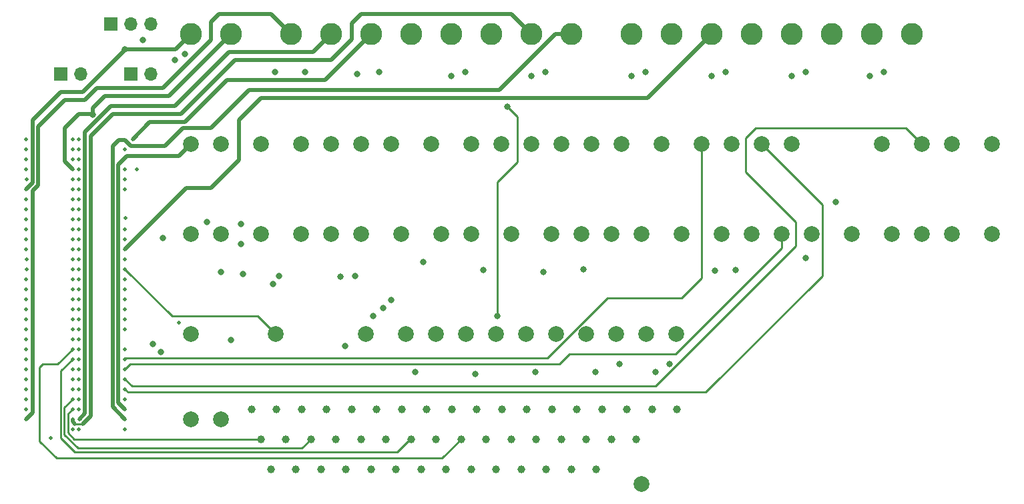
<source format=gbr>
%TF.GenerationSoftware,KiCad,Pcbnew,(6.0.5)*%
%TF.CreationDate,2023-01-12T09:35:20-05:00*%
%TF.ProjectId,breakout,62726561-6b6f-4757-942e-6b696361645f,rev?*%
%TF.SameCoordinates,Original*%
%TF.FileFunction,Copper,L3,Inr*%
%TF.FilePolarity,Positive*%
%FSLAX46Y46*%
G04 Gerber Fmt 4.6, Leading zero omitted, Abs format (unit mm)*
G04 Created by KiCad (PCBNEW (6.0.5)) date 2023-01-12 09:35:20*
%MOMM*%
%LPD*%
G01*
G04 APERTURE LIST*
%TA.AperFunction,ComponentPad*%
%ADD10C,2.000000*%
%TD*%
%TA.AperFunction,ComponentPad*%
%ADD11C,1.000000*%
%TD*%
%TA.AperFunction,ComponentPad*%
%ADD12C,2.800000*%
%TD*%
%TA.AperFunction,ComponentPad*%
%ADD13R,1.700000X1.700000*%
%TD*%
%TA.AperFunction,ComponentPad*%
%ADD14O,1.700000X1.700000*%
%TD*%
%TA.AperFunction,ViaPad*%
%ADD15C,0.500000*%
%TD*%
%TA.AperFunction,ViaPad*%
%ADD16C,0.800000*%
%TD*%
%TA.AperFunction,Conductor*%
%ADD17C,0.250000*%
%TD*%
%TA.AperFunction,Conductor*%
%ADD18C,0.500000*%
%TD*%
G04 APERTURE END LIST*
D10*
%TO.N,/SEP3_RET*%
%TO.C,TP28*%
X128905000Y-105410000D03*
%TD*%
D11*
%TO.N,/H2-13*%
%TO.C,TP9*%
X116840000Y-118745000D03*
%TD*%
%TO.N,/H2-3*%
%TO.C,TP4*%
X97790000Y-118745000D03*
%TD*%
%TO.N,/H1-42*%
%TO.C,TP83*%
X134685000Y-114935000D03*
%TD*%
%TO.N,/H2-4*%
%TO.C,TP94*%
X100965000Y-118745000D03*
%TD*%
%TO.N,/H2-16*%
%TO.C,TP100*%
X126365000Y-118745000D03*
%TD*%
D10*
%TO.N,/+X_SOLAR_TLE*%
%TO.C,TP91*%
X96520000Y-81280000D03*
%TD*%
D11*
%TO.N,/H2-42*%
%TO.C,TP113*%
X127635000Y-122555000D03*
%TD*%
D10*
%TO.N,/USER_3*%
%TO.C,TP87*%
X179070000Y-92710000D03*
%TD*%
%TO.N,/MOSI*%
%TO.C,TP44*%
X100330000Y-92710000D03*
%TD*%
D11*
%TO.N,/H2-17*%
%TO.C,TP11*%
X129540000Y-118745000D03*
%TD*%
D10*
%TO.N,/VBATT-*%
%TO.C,TP105*%
X144145000Y-105410000D03*
%TD*%
%TO.N,/SEP2_RET*%
%TO.C,TP88*%
X121285000Y-105410000D03*
%TD*%
D12*
%TO.N,/5V_RF*%
%TO.C,TP49*%
X148590000Y-67310000D03*
%TD*%
D10*
%TO.N,/SEP4*%
%TO.C,TP120*%
X132715000Y-105410000D03*
%TD*%
D13*
%TO.N,Net-(P1-Pad1)*%
%TO.C,P1*%
X72390000Y-66040000D03*
D14*
%TO.N,Net-(P1-Pad2)*%
X74930000Y-66040000D03*
%TO.N,Net-(P1-Pad3)*%
X77470000Y-66040000D03*
%TD*%
D11*
%TO.N,/H2-35*%
%TO.C,TP20*%
X105410000Y-122555000D03*
%TD*%
D10*
%TO.N,/RX_2*%
%TO.C,TP42*%
X118110000Y-92710000D03*
%TD*%
D11*
%TO.N,/H1-25*%
%TO.C,TP45*%
X109285000Y-114935000D03*
%TD*%
D13*
%TO.N,Net-(P3-Pad1)*%
%TO.C,P3*%
X74930000Y-72390000D03*
D14*
%TO.N,Net-(P3-Pad2)*%
X77470000Y-72390000D03*
%TD*%
D11*
%TO.N,/H2-20*%
%TO.C,TP102*%
X139065000Y-118745000D03*
%TD*%
D10*
%TO.N,/SEP3*%
%TO.C,TP30*%
X125095000Y-105410000D03*
%TD*%
%TO.N,/GND*%
%TO.C,TP116*%
X166370000Y-92710000D03*
%TD*%
%TO.N,/GND*%
%TO.C,TP116*%
X91440000Y-92710000D03*
%TD*%
D11*
%TO.N,/H2-9*%
%TO.C,TP7*%
X104140000Y-118745000D03*
%TD*%
%TO.N,/H1-31*%
%TO.C,TP48*%
X121985000Y-114935000D03*
%TD*%
%TO.N,/H1-27*%
%TO.C,TP46*%
X112460000Y-114935000D03*
%TD*%
D10*
%TO.N,/CTS_3*%
%TO.C,TP80*%
X135890000Y-92710000D03*
%TD*%
D11*
%TO.N,/H2-39*%
%TO.C,TP22*%
X118110000Y-122555000D03*
%TD*%
D12*
%TO.N,/+Y_SOLAR_PWR*%
%TO.C,TP60*%
X105410000Y-67310000D03*
%TD*%
D11*
%TO.N,/H2-19*%
%TO.C,TP12*%
X135890000Y-118745000D03*
%TD*%
%TO.N,/H2-41*%
%TO.C,TP23*%
X124460000Y-122555000D03*
%TD*%
%TO.N,/H2-15*%
%TO.C,TP10*%
X123190000Y-118745000D03*
%TD*%
%TO.N,/H1-24*%
%TO.C,TP74*%
X106110000Y-114935000D03*
%TD*%
D10*
%TO.N,/GND*%
%TO.C,TP116*%
X91440000Y-81280000D03*
%TD*%
%TO.N,/IRR_ON_OFF*%
%TO.C,TP66*%
X179070000Y-81280000D03*
%TD*%
%TO.N,/GND*%
%TO.C,TP116*%
X142240000Y-81280000D03*
%TD*%
%TO.N,/+Y_SOLAR_TLE*%
%TO.C,TP59*%
X100330000Y-81280000D03*
%TD*%
D11*
%TO.N,/H2-10*%
%TO.C,TP97*%
X107315000Y-118745000D03*
%TD*%
D12*
%TO.N,/GND*%
%TO.C,TP108*%
X143510000Y-67310000D03*
%TD*%
D11*
%TO.N,/H2-43*%
%TO.C,TP24*%
X130810000Y-122555000D03*
%TD*%
D10*
%TO.N,/SEP2*%
%TO.C,TP61*%
X117475000Y-105410000D03*
%TD*%
D12*
%TO.N,/-Z_SOLAR_RTN*%
%TO.C,TP32*%
X130810000Y-67310000D03*
%TD*%
D11*
%TO.N,/H2-14*%
%TO.C,TP99*%
X120015000Y-118745000D03*
%TD*%
D10*
%TO.N,/PB18*%
%TO.C,TP13*%
X86360000Y-116205000D03*
%TD*%
D12*
%TO.N,/+X_SOLAR_RTN*%
%TO.C,TP62*%
X100330000Y-67310000D03*
%TD*%
D10*
%TO.N,/AIN11*%
%TO.C,TP95*%
X133350000Y-81280000D03*
%TD*%
D12*
%TO.N,/-Z_SOLAR_PWR*%
%TO.C,TP2*%
X125730000Y-67310000D03*
%TD*%
D11*
%TO.N,/H2-12*%
%TO.C,TP98*%
X113665000Y-118745000D03*
%TD*%
D10*
%TO.N,/AIN10*%
%TO.C,TP5*%
X129540000Y-81280000D03*
%TD*%
%TO.N,/TX_3*%
%TO.C,TP82*%
X128270000Y-92710000D03*
%TD*%
D12*
%TO.N,/3V3*%
%TO.C,TP16*%
X138430000Y-67310000D03*
%TD*%
D10*
%TO.N,/MB_PC03*%
%TO.C,TP64*%
X82550000Y-116205000D03*
%TD*%
%TO.N,/BUS_RESET*%
%TO.C,TP47*%
X93345000Y-105410000D03*
%TD*%
%TO.N,/SCL*%
%TO.C,TP54*%
X82550000Y-92710000D03*
%TD*%
D11*
%TO.N,/H1-37*%
%TO.C,TP51*%
X128335000Y-114935000D03*
%TD*%
%TO.N,/H1-38*%
%TO.C,TP81*%
X131510000Y-114935000D03*
%TD*%
D10*
%TO.N,/SCK*%
%TO.C,TP43*%
X96520000Y-92710000D03*
%TD*%
D11*
%TO.N,/H2-37*%
%TO.C,TP21*%
X111760000Y-122555000D03*
%TD*%
D10*
%TO.N,/USER_2*%
%TO.C,TP57*%
X175260000Y-92710000D03*
%TD*%
D11*
%TO.N,/H1-45*%
%TO.C,TP55*%
X141035000Y-114935000D03*
%TD*%
%TO.N,/H1-46*%
%TO.C,TP85*%
X144210000Y-114935000D03*
%TD*%
D12*
%TO.N,/+Y_SOLAR_RTN*%
%TO.C,TP29*%
X110490000Y-67310000D03*
%TD*%
D11*
%TO.N,/H1-44*%
%TO.C,TP84*%
X137860000Y-114935000D03*
%TD*%
D10*
%TO.N,/CTS_4*%
%TO.C,TP37*%
X157480000Y-92710000D03*
%TD*%
D11*
%TO.N,/H1-13*%
%TO.C,TP39*%
X96585000Y-114935000D03*
%TD*%
D10*
%TO.N,/VBURN2*%
%TO.C,TP63*%
X86360000Y-81280000D03*
%TD*%
%TO.N,/GND*%
%TO.C,TP116*%
X113030000Y-81280000D03*
%TD*%
%TO.N,/RX_3*%
%TO.C,TP52*%
X132080000Y-92710000D03*
%TD*%
%TO.N,/-Z_SOLAR_TLE*%
%TO.C,TP1*%
X107950000Y-81280000D03*
%TD*%
D11*
%TO.N,/H2-38*%
%TO.C,TP111*%
X114935000Y-122555000D03*
%TD*%
D10*
%TO.N,/RBF*%
%TO.C,TP40*%
X140335000Y-105410000D03*
%TD*%
%TO.N,/GND*%
%TO.C,TP116*%
X109220000Y-92710000D03*
%TD*%
%TO.N,/AIN4*%
%TO.C,TP6*%
X121920000Y-81280000D03*
%TD*%
D12*
%TO.N,/-X_SOLAR_PWR*%
%TO.C,TP90*%
X115570000Y-67310000D03*
%TD*%
D11*
%TO.N,/H2-40*%
%TO.C,TP112*%
X121285000Y-122555000D03*
%TD*%
D10*
%TO.N,/VBURN1*%
%TO.C,TP33*%
X82550000Y-81280000D03*
%TD*%
D11*
%TO.N,/H1-12*%
%TO.C,TP68*%
X93410000Y-114935000D03*
%TD*%
D10*
%TO.N,/GND*%
%TO.C,TP116*%
X184150000Y-81280000D03*
%TD*%
D11*
%TO.N,/H1-34*%
%TO.C,TP79*%
X125160000Y-114935000D03*
%TD*%
D13*
%TO.N,Net-(P2-Pad1)*%
%TO.C,P2*%
X66040000Y-72390000D03*
D14*
%TO.N,Net-(P2-Pad2)*%
X68580000Y-72390000D03*
%TD*%
D10*
%TO.N,/PICO_PW_EN*%
%TO.C,TP103*%
X151130000Y-81280000D03*
%TD*%
%TO.N,/GND*%
%TO.C,TP116*%
X144780000Y-92710000D03*
%TD*%
%TO.N,/TX_2*%
%TO.C,TP72*%
X114300000Y-92710000D03*
%TD*%
D11*
%TO.N,/H2-1*%
%TO.C,TP3*%
X91440000Y-118745000D03*
%TD*%
D10*
%TO.N,/GND*%
%TO.C,TP116*%
X139700000Y-124460000D03*
%TD*%
D11*
%TO.N,/H2-34*%
%TO.C,TP109*%
X102235000Y-122555000D03*
%TD*%
%TO.N,/H1-14*%
%TO.C,TP69*%
X99760000Y-114935000D03*
%TD*%
D10*
%TO.N,/AIN7*%
%TO.C,TP96*%
X125730000Y-81280000D03*
%TD*%
%TO.N,/IRR_PW_EN*%
%TO.C,TP36*%
X175260000Y-81280000D03*
%TD*%
D11*
%TO.N,/H2-36*%
%TO.C,TP110*%
X108585000Y-122555000D03*
%TD*%
%TO.N,/H2-18*%
%TO.C,TP101*%
X132715000Y-118745000D03*
%TD*%
D10*
%TO.N,/TX_4*%
%TO.C,TP71*%
X149860000Y-92710000D03*
%TD*%
%TO.N,/3V3REF*%
%TO.C,TP75*%
X118110000Y-81280000D03*
%TD*%
D11*
%TO.N,/H2-2*%
%TO.C,TP93*%
X94615000Y-118745000D03*
%TD*%
%TO.N,/H1-16*%
%TO.C,TP70*%
X102935000Y-114935000D03*
%TD*%
%TO.N,/H2-11*%
%TO.C,TP8*%
X110490000Y-118745000D03*
%TD*%
D10*
%TO.N,/SELF_TEST*%
%TO.C,TP56*%
X82550000Y-105410000D03*
%TD*%
D12*
%TO.N,/5V_USB*%
%TO.C,TP78*%
X168910000Y-67310000D03*
%TD*%
D10*
%TO.N,/SEP1*%
%TO.C,TP31*%
X109855000Y-105410000D03*
%TD*%
D11*
%TO.N,/H2-23*%
%TO.C,TP14*%
X92710000Y-122555000D03*
%TD*%
D12*
%TO.N,/VBATT-*%
%TO.C,TP27*%
X87630000Y-67310000D03*
%TD*%
D10*
%TO.N,/GND*%
%TO.C,TP116*%
X184150000Y-92710000D03*
%TD*%
D12*
%TO.N,/GND*%
%TO.C,TP107*%
X153670000Y-67310000D03*
%TD*%
D10*
%TO.N,/PYLD_SERVO_PWR_CTRL*%
%TO.C,TP35*%
X154940000Y-81280000D03*
%TD*%
D11*
%TO.N,/H2-24*%
%TO.C,TP104*%
X95885000Y-122555000D03*
%TD*%
D12*
%TO.N,/-X_SOLAR_RTN*%
%TO.C,TP119*%
X120650000Y-67310000D03*
%TD*%
%TO.N,/VBATT+*%
%TO.C,TP25*%
X82550000Y-67310000D03*
%TD*%
%TO.N,/+X_SOLAR_PWR*%
%TO.C,TP92*%
X95250000Y-67310000D03*
%TD*%
D10*
%TO.N,/USER_1*%
%TO.C,TP86*%
X171450000Y-92710000D03*
%TD*%
D11*
%TO.N,/H2-33*%
%TO.C,TP19*%
X99060000Y-122555000D03*
%TD*%
%TO.N,/H1-3*%
%TO.C,TP34*%
X90235000Y-114935000D03*
%TD*%
%TO.N,/H1-28*%
%TO.C,TP76*%
X115635000Y-114935000D03*
%TD*%
D10*
%TO.N,/GND*%
%TO.C,TP116*%
X104775000Y-105410000D03*
%TD*%
D12*
%TO.N,/GND*%
%TO.C,TP17*%
X163830000Y-67310000D03*
%TD*%
D10*
%TO.N,/MISO*%
%TO.C,TP73*%
X104140000Y-92710000D03*
%TD*%
%TO.N,/SEP1_RET*%
%TO.C,TP58*%
X113665000Y-105410000D03*
%TD*%
%TO.N,/RTS_4*%
%TO.C,TP67*%
X161290000Y-92710000D03*
%TD*%
%TO.N,/RTS_3*%
%TO.C,TP50*%
X139700000Y-92710000D03*
%TD*%
%TO.N,/-X_SOLAR_TLE*%
%TO.C,TP89*%
X104140000Y-81280000D03*
%TD*%
%TO.N,/AGND*%
%TO.C,TP18*%
X137160000Y-81280000D03*
%TD*%
D12*
%TO.N,/5V_PYLD*%
%TO.C,TP15*%
X158750000Y-67310000D03*
%TD*%
D10*
%TO.N,/PYLD_RST*%
%TO.C,TP65*%
X158750000Y-81280000D03*
%TD*%
%TO.N,/PYLD_PW_EN*%
%TO.C,TP38*%
X147320000Y-81280000D03*
%TD*%
%TO.N,/RX_4*%
%TO.C,TP41*%
X153670000Y-92710000D03*
%TD*%
%TO.N,/GND*%
%TO.C,TP116*%
X170180000Y-81280000D03*
%TD*%
%TO.N,/SEP4_RET*%
%TO.C,TP118*%
X136525000Y-105410000D03*
%TD*%
D11*
%TO.N,/H2-44*%
%TO.C,TP114*%
X133985000Y-122555000D03*
%TD*%
D12*
%TO.N,/GND*%
%TO.C,TP26*%
X173990000Y-67310000D03*
%TD*%
D10*
%TO.N,/SDA*%
%TO.C,TP53*%
X86360000Y-92710000D03*
%TD*%
D11*
%TO.N,/H1-30*%
%TO.C,TP77*%
X118810000Y-114935000D03*
%TD*%
D10*
%TO.N,/GND*%
%TO.C,TP116*%
X123190000Y-92710000D03*
%TD*%
D15*
%TO.N,/GND*%
X61722000Y-85726790D03*
D16*
%TO.N,Net-(D15-Pad2)*%
X132334000Y-97155000D03*
D15*
%TO.N,/GND*%
X61722000Y-95886790D03*
X61722000Y-97156790D03*
%TO.N,/VBATT-*%
X61687000Y-84456790D03*
D16*
X70104000Y-77560689D03*
D15*
X67537506Y-84453140D03*
D16*
%TO.N,Net-(D1-Pad2)*%
X110998000Y-110201700D03*
%TO.N,Net-(D2-Pad2)*%
X118618000Y-110490000D03*
%TO.N,Net-(D3-Pad2)*%
X126238000Y-110236000D03*
D15*
%TO.N,/GND*%
X67537506Y-97153140D03*
X67537506Y-85723140D03*
D16*
%TO.N,Net-(D4-Pad2)*%
X86360000Y-97536000D03*
%TO.N,Net-(D5-Pad2)*%
X133858000Y-110236000D03*
%TO.N,Net-(D6-Pad2)*%
X141478000Y-110236000D03*
D15*
%TO.N,/VBATT+*%
X67537506Y-86993140D03*
X61687000Y-86996790D03*
D16*
X74168000Y-69215000D03*
%TO.N,Net-(D7-Pad2)*%
X101496500Y-98147500D03*
%TO.N,Net-(D8-Pad2)*%
X80518000Y-70612000D03*
%TO.N,Net-(D9-Pad2)*%
X103378000Y-98044000D03*
%TO.N,Net-(D10-Pad2)*%
X93218000Y-72136000D03*
%TO.N,Net-(D11-Pad2)*%
X119634000Y-97282000D03*
%TO.N,Net-(D12-Pad2)*%
X103632000Y-72390000D03*
%TO.N,Net-(D13-Pad2)*%
X112014000Y-96266000D03*
%TO.N,Net-(D14-Pad2)*%
X115570000Y-72644000D03*
%TO.N,Net-(D16-Pad1)*%
X127508000Y-72136000D03*
%TO.N,Net-(D17-Pad2)*%
X127254000Y-97536000D03*
%TO.N,Net-(D18-Pad1)*%
X140208000Y-72136000D03*
%TO.N,Net-(D18-Pad2)*%
X138430000Y-72644000D03*
%TO.N,Net-(D19-Pad2)*%
X151638000Y-97282000D03*
%TO.N,Net-(D20-Pad1)*%
X160528000Y-72136000D03*
%TO.N,Net-(D20-Pad2)*%
X158750000Y-72644000D03*
%TO.N,Net-(D21-Pad2)*%
X149037769Y-97342231D03*
%TO.N,Net-(D22-Pad1)*%
X150368000Y-72136000D03*
%TO.N,Net-(D22-Pad2)*%
X148590000Y-72644000D03*
%TO.N,Net-(D6-Pad1)*%
X143256000Y-109220000D03*
%TO.N,Net-(D8-Pad1)*%
X81788000Y-69850000D03*
%TO.N,Net-(D10-Pad1)*%
X97028000Y-72136000D03*
%TO.N,Net-(D12-Pad1)*%
X106426000Y-72136000D03*
%TO.N,Net-(D14-Pad1)*%
X117348000Y-72136000D03*
%TO.N,Net-(D16-Pad2)*%
X125730000Y-72644000D03*
D15*
%TO.N,/SEP1*%
X74203000Y-117473210D03*
%TO.N,/SEP2*%
X68326000Y-117475000D03*
%TO.N,/SEP3*%
X67537506Y-80643140D03*
%TO.N,/SEP4*%
X61687000Y-80646790D03*
%TO.N,/RBF*%
X81026000Y-103955700D03*
%TO.N,/MOSI*%
X74201210Y-100965000D03*
%TO.N,/MISO*%
X68326000Y-102235000D03*
%TO.N,/+X_SOLAR_PWR*%
X61687000Y-116206790D03*
%TO.N,/RX_2*%
X74203000Y-103503210D03*
%TO.N,/+Y_SOLAR_PWR*%
X75184000Y-80643210D03*
%TO.N,/TX_2*%
X68326000Y-103505000D03*
%TO.N,/-X_SOLAR_PWR*%
X68326000Y-80645000D03*
%TO.N,/RX_3*%
X74283512Y-90619966D03*
%TO.N,/-Z_SOLAR_PWR*%
X67537506Y-116203140D03*
%TO.N,/TX_3*%
X68326000Y-90805000D03*
%TO.N,/3V3*%
X67537506Y-98423140D03*
X61687000Y-98426790D03*
%TO.N,/RX_4*%
X74203000Y-104773210D03*
%TO.N,/5V_PYLD*%
X61687000Y-99696790D03*
X67537506Y-99693140D03*
%TO.N,/TX_4*%
X68326000Y-104775000D03*
%TO.N,/5V_RF*%
X74203000Y-94613210D03*
%TO.N,/SEP4_RET*%
X61687000Y-83186790D03*
%TO.N,/SEP3_RET*%
X67537506Y-83183140D03*
%TO.N,/SEP2_RET*%
X68326000Y-83185000D03*
%TO.N,/SEP1_RET*%
X75696367Y-84514779D03*
%TO.N,/SELF_TEST*%
X74203000Y-85723210D03*
%TO.N,/BUS_RESET*%
X74203000Y-97153210D03*
%TO.N,/-Z_SOLAR_TLE*%
X67537506Y-117473140D03*
%TO.N,/H2-1*%
X67537506Y-114933140D03*
%TO.N,/H2-3*%
X67537506Y-113663140D03*
%TO.N,/AIN10*%
X67537506Y-112393140D03*
%TO.N,/AIN4*%
X67537506Y-111123140D03*
%TO.N,/H2-9*%
X67537506Y-109853140D03*
%TO.N,/H2-11*%
X67537506Y-108583140D03*
%TO.N,/H2-13*%
X67537506Y-107313140D03*
%TO.N,/H2-15*%
X67537506Y-106043140D03*
%TO.N,/H2-17*%
X67537506Y-104773140D03*
%TO.N,/H2-19*%
X67537506Y-103503140D03*
%TO.N,/PB18*%
X67537506Y-102233140D03*
%TO.N,/H2-23*%
X67537506Y-100963140D03*
%TO.N,/AGND*%
X67537506Y-95883140D03*
%TO.N,/H2-33*%
X67537506Y-94613140D03*
%TO.N,/H2-35*%
X67537506Y-93343140D03*
D16*
X102108000Y-106934000D03*
X89154000Y-97790000D03*
D15*
%TO.N,/H2-37*%
X67537506Y-92073140D03*
D16*
X105664000Y-103124000D03*
X78994000Y-93218000D03*
%TO.N,/H2-39*%
X84582000Y-91186000D03*
X106934000Y-102108000D03*
D15*
X67537506Y-90803140D03*
%TO.N,/H2-41*%
X67537506Y-89533140D03*
D16*
X88900000Y-91440000D03*
X107950000Y-101092000D03*
D15*
%TO.N,/H2-43*%
X67537506Y-88263140D03*
%TO.N,/+Y_SOLAR_RTN*%
X67537506Y-81913140D03*
%TO.N,/-Z_SOLAR_RTN*%
X74203000Y-116203210D03*
%TO.N,/VBURN1*%
X74203000Y-114933210D03*
%TO.N,/H1-3*%
X74203000Y-113663210D03*
%TO.N,/PYLD_SERVO_PWR_CTRL*%
X74203000Y-112393210D03*
%TO.N,/IRR_PW_EN*%
X74203000Y-111123210D03*
%TO.N,/CTS_4*%
X74203000Y-109853210D03*
%TO.N,/PYLD_PW_EN*%
X74203000Y-108583210D03*
%TO.N,/H1-13*%
X74203000Y-107313210D03*
%TO.N,/SCK*%
X74203000Y-102233210D03*
%TO.N,/H1-25*%
X74203000Y-99693210D03*
%TO.N,/H1-27*%
X74203000Y-98423210D03*
%TO.N,/H1-31*%
X74203000Y-95883210D03*
%TO.N,/RTS_3*%
X74203000Y-93343210D03*
%TO.N,/H1-37*%
X74203000Y-92073210D03*
%TO.N,/H1-45*%
X74203000Y-86993210D03*
%TO.N,/USER_2*%
X74203000Y-84453210D03*
%TO.N,/+Y_SOLAR_TLE*%
X74203000Y-81913210D03*
%TO.N,/+X_SOLAR_RTN*%
X68378452Y-116218113D03*
%TO.N,/VBURN2*%
X68326000Y-114935000D03*
%TO.N,/MB_PC03*%
X68326000Y-113665000D03*
%TO.N,/PYLD_RST*%
X68326000Y-112395000D03*
D16*
X164338000Y-88646000D03*
D15*
%TO.N,/IRR_ON_OFF*%
X68326000Y-111125000D03*
%TO.N,/RTS_4*%
X68326000Y-109855000D03*
%TO.N,/H1-12*%
X68326000Y-108585000D03*
D16*
X78740000Y-107696000D03*
%TO.N,/H1-14*%
X77724000Y-106680000D03*
D15*
X68326000Y-107315000D03*
%TO.N,/H1-16*%
X68326000Y-106045000D03*
D16*
X87630000Y-106172000D03*
D15*
%TO.N,/H1-24*%
X68326000Y-100965000D03*
%TO.N,/3V3REF*%
X68326000Y-99695000D03*
D16*
%TO.N,/H1-28*%
X92964000Y-99057521D03*
D15*
X68326000Y-98425000D03*
%TO.N,/H1-30*%
X68326000Y-97155000D03*
D16*
X93726000Y-98044000D03*
D15*
%TO.N,/5V_USB*%
X68326000Y-95885000D03*
D16*
X76454000Y-68072000D03*
%TO.N,/H1-34*%
X88900000Y-93980000D03*
D15*
X68326000Y-94615000D03*
%TO.N,/CTS_3*%
X68326000Y-93345000D03*
%TO.N,/H1-38*%
X68326000Y-92075000D03*
%TO.N,/H1-42*%
X68326000Y-89535000D03*
%TO.N,/H1-44*%
X68326000Y-88265000D03*
%TO.N,/H1-46*%
X68326000Y-86995000D03*
%TO.N,/USER_1*%
X68326000Y-85725000D03*
%TO.N,/USER_3*%
X68326000Y-84455000D03*
%TO.N,/-X_SOLAR_TLE*%
X68326000Y-81915000D03*
%TO.N,/+X_SOLAR_TLE*%
X64794735Y-118618000D03*
%TO.N,/H2-2*%
X61687000Y-114936790D03*
%TO.N,/H2-4*%
X61687000Y-113666790D03*
%TO.N,/AIN11*%
X61687000Y-112396790D03*
%TO.N,/AIN7*%
X61687000Y-111126790D03*
%TO.N,/H2-10*%
X61687000Y-109856790D03*
%TO.N,/H2-12*%
X61687000Y-108586790D03*
%TO.N,/H2-14*%
X61687000Y-107316790D03*
%TO.N,/H2-16*%
X61687000Y-106046790D03*
%TO.N,/H2-18*%
X61687000Y-104776790D03*
%TO.N,/H2-20*%
X61687000Y-103506790D03*
%TO.N,/PICO_PW_EN*%
X61687000Y-102236790D03*
%TO.N,/H2-24*%
X61687000Y-100966790D03*
%TO.N,/H2-34*%
X61687000Y-94616790D03*
%TO.N,/H2-36*%
X61687000Y-93346790D03*
%TO.N,/H2-38*%
X61687000Y-92076790D03*
%TO.N,/H2-40*%
X61687000Y-90806790D03*
%TO.N,/H2-42*%
X61687000Y-89536790D03*
%TO.N,/H2-44*%
X61687000Y-88266790D03*
%TO.N,/-X_SOLAR_RTN*%
X61687000Y-81916790D03*
D16*
%TO.N,/LED_RET_2*%
X136906000Y-109220000D03*
X121412000Y-103124000D03*
X122682000Y-76488300D03*
%TO.N,/LED_RET_1*%
X160528000Y-95758000D03*
%TO.N,Net-(D23-Pad1)*%
X170434000Y-72136000D03*
%TO.N,Net-(D23-Pad2)*%
X168656000Y-72644000D03*
%TD*%
D17*
%TO.N,/LED_RET_2*%
X121412000Y-86106000D02*
X121412000Y-103124000D01*
X123952000Y-77758300D02*
X123952000Y-83566000D01*
X122682000Y-76488300D02*
X123952000Y-77758300D01*
X123952000Y-83566000D02*
X121412000Y-86106000D01*
D18*
%TO.N,/+X_SOLAR_PWR*%
X92710000Y-64770000D02*
X95250000Y-67310000D01*
X86106000Y-64770000D02*
X92710000Y-64770000D01*
X85090000Y-65786000D02*
X86106000Y-64770000D01*
X85090000Y-68072000D02*
X85090000Y-65786000D01*
X78994000Y-74168000D02*
X85090000Y-68072000D01*
X70612000Y-74168000D02*
X78994000Y-74168000D01*
X66548000Y-75692000D02*
X69088000Y-75692000D01*
X63186720Y-79053280D02*
X66548000Y-75692000D01*
X62484000Y-115409790D02*
X62484000Y-87193586D01*
X62484000Y-87193586D02*
X63186720Y-86490866D01*
X61687000Y-116206790D02*
X62484000Y-115409790D01*
X63186720Y-86490866D02*
X63186720Y-79053280D01*
X69088000Y-75692000D02*
X70612000Y-74168000D01*
%TO.N,/-Z_SOLAR_RTN*%
X72644000Y-114644210D02*
X74203000Y-116203210D01*
X72644000Y-81534000D02*
X72644000Y-114644210D01*
X73406000Y-80772000D02*
X72644000Y-81534000D01*
X74168000Y-80772000D02*
X73406000Y-80772000D01*
X79248000Y-81534000D02*
X74930000Y-81534000D01*
X81534000Y-79248000D02*
X79248000Y-81534000D01*
X85090000Y-79248000D02*
X81534000Y-79248000D01*
X74930000Y-81534000D02*
X74168000Y-80772000D01*
X121666000Y-74422000D02*
X89916000Y-74422000D01*
X89916000Y-74422000D02*
X85090000Y-79248000D01*
X128778000Y-67310000D02*
X121666000Y-74422000D01*
X130810000Y-67310000D02*
X128778000Y-67310000D01*
%TO.N,/5V_RF*%
X91440000Y-75438000D02*
X88646000Y-78232000D01*
X88646000Y-78232000D02*
X88646000Y-83312000D01*
X81995105Y-86821105D02*
X74203000Y-94613210D01*
X140462000Y-75438000D02*
X91440000Y-75438000D01*
X88646000Y-83312000D02*
X85136895Y-86821105D01*
X148590000Y-67310000D02*
X140462000Y-75438000D01*
X85136895Y-86821105D02*
X81995105Y-86821105D01*
D17*
%TO.N,/IRR_PW_EN*%
X173228000Y-79248000D02*
X175260000Y-81280000D01*
X154178000Y-79248000D02*
X173228000Y-79248000D01*
X152908000Y-80518000D02*
X154178000Y-79248000D01*
X159258000Y-91186000D02*
X152908000Y-84836000D01*
X152908000Y-84836000D02*
X152908000Y-80518000D01*
X151765000Y-101740140D02*
X151765000Y-101727000D01*
X141491140Y-112014000D02*
X151765000Y-101740140D01*
X159258000Y-94234000D02*
X159258000Y-91186000D01*
X151765000Y-101727000D02*
X159258000Y-94234000D01*
X75093790Y-112014000D02*
X141491140Y-112014000D01*
X74203000Y-111123210D02*
X75093790Y-112014000D01*
%TO.N,/CTS_4*%
X74836210Y-109220000D02*
X74203000Y-109853210D01*
X129286000Y-109220000D02*
X74836210Y-109220000D01*
X144018000Y-107950000D02*
X130556000Y-107950000D01*
X130556000Y-107950000D02*
X129286000Y-109220000D01*
X157480000Y-94488000D02*
X144018000Y-107950000D01*
X157480000Y-92710000D02*
X157480000Y-94488000D01*
%TO.N,/PYLD_PW_EN*%
X74328210Y-108458000D02*
X74203000Y-108583210D01*
X135354668Y-100838000D02*
X127734668Y-108458000D01*
X147320000Y-98298000D02*
X144780000Y-100838000D01*
X127734668Y-108458000D02*
X74328210Y-108458000D01*
X147320000Y-81280000D02*
X147320000Y-98298000D01*
X144780000Y-100838000D02*
X135354668Y-100838000D01*
D18*
%TO.N,/+Y_SOLAR_PWR*%
X99568000Y-73152000D02*
X105410000Y-67310000D01*
X87122000Y-73152000D02*
X99568000Y-73152000D01*
X81788000Y-78486000D02*
X87122000Y-73152000D01*
X75184000Y-80643210D02*
X77341210Y-78486000D01*
X77341210Y-78486000D02*
X81788000Y-78486000D01*
%TO.N,/+X_SOLAR_RTN*%
X69088000Y-115508565D02*
X68378452Y-116218113D01*
X69088000Y-79756000D02*
X69088000Y-115508565D01*
X72390000Y-76454000D02*
X70956711Y-77887289D01*
X80518000Y-76454000D02*
X72390000Y-76454000D01*
X70430600Y-78413400D02*
X69088000Y-79756000D01*
X70956711Y-77913895D02*
X70457206Y-78413400D01*
X87376000Y-69596000D02*
X80518000Y-76454000D01*
X70457206Y-78413400D02*
X70430600Y-78413400D01*
X98044000Y-69596000D02*
X87376000Y-69596000D01*
X100330000Y-67310000D02*
X98044000Y-69596000D01*
X70956711Y-77887289D02*
X70956711Y-77913895D01*
%TO.N,/-Z_SOLAR_PWR*%
X69854479Y-115819521D02*
X68834000Y-116840000D01*
X72644000Y-77470000D02*
X69854479Y-80259521D01*
X69854479Y-80259521D02*
X69854479Y-115819521D01*
X88138000Y-70612000D02*
X81280000Y-77470000D01*
X100330000Y-70612000D02*
X88138000Y-70612000D01*
X102997000Y-65913000D02*
X102997000Y-67945000D01*
X102997000Y-67945000D02*
X100330000Y-70612000D01*
X104140000Y-64770000D02*
X102997000Y-65913000D01*
X123190000Y-64770000D02*
X104140000Y-64770000D01*
X125730000Y-67310000D02*
X123190000Y-64770000D01*
X81280000Y-77470000D02*
X72644000Y-77470000D01*
%TO.N,/VBATT-*%
X66548000Y-83463634D02*
X67537506Y-84453140D01*
X66548000Y-79248000D02*
X66548000Y-83463634D01*
X70013311Y-77470000D02*
X68326000Y-77470000D01*
X79756000Y-75184000D02*
X87630000Y-67310000D01*
X68326000Y-77470000D02*
X66548000Y-79248000D01*
X71628000Y-75184000D02*
X79756000Y-75184000D01*
X70104000Y-76708000D02*
X71628000Y-75184000D01*
X70104000Y-77560689D02*
X70104000Y-76708000D01*
X70104000Y-77560689D02*
X70013311Y-77470000D01*
%TO.N,/VBATT+*%
X66040000Y-74676000D02*
X62484000Y-78232000D01*
X62484000Y-86199790D02*
X61687000Y-86996790D01*
X68834000Y-74676000D02*
X66040000Y-74676000D01*
X74168000Y-69342000D02*
X68834000Y-74676000D01*
X74168000Y-69215000D02*
X74168000Y-69342000D01*
X62484000Y-78232000D02*
X62484000Y-86199790D01*
X80645000Y-69215000D02*
X82550000Y-67310000D01*
X74168000Y-69215000D02*
X80645000Y-69215000D01*
%TO.N,/-Z_SOLAR_PWR*%
X67537506Y-116203140D02*
X67537506Y-116479355D01*
D17*
X67858076Y-116799925D02*
X67898151Y-116840000D01*
D18*
X67537506Y-116479355D02*
X67858076Y-116799925D01*
D17*
X67898151Y-116840000D02*
X68834000Y-116840000D01*
%TO.N,/BUS_RESET*%
X74203000Y-97153210D02*
X80173790Y-103124000D01*
X80173790Y-103124000D02*
X91059000Y-103124000D01*
X91059000Y-103124000D02*
X93345000Y-105410000D01*
%TO.N,/H2-1*%
X66959786Y-115510860D02*
X67537506Y-114933140D01*
X66959786Y-117952214D02*
X66959786Y-115510860D01*
X67752572Y-118745000D02*
X66959786Y-117952214D01*
X91440000Y-118745000D02*
X67752572Y-118745000D01*
%TO.N,/H2-3*%
X66507066Y-118139736D02*
X66507066Y-114693580D01*
X97790000Y-118745000D02*
X96647000Y-119888000D01*
X68255330Y-119888000D02*
X66507066Y-118139736D01*
X96647000Y-119888000D02*
X68255330Y-119888000D01*
X66507066Y-114693580D02*
X67537506Y-113663140D01*
%TO.N,/H2-11*%
X67537506Y-108583140D02*
X66054346Y-110066300D01*
X108712000Y-120396000D02*
X110363000Y-118745000D01*
X66054346Y-118632346D02*
X67818000Y-120396000D01*
X66054346Y-110066300D02*
X66054346Y-118632346D01*
X67818000Y-120396000D02*
X108712000Y-120396000D01*
%TO.N,/H2-13*%
X114427000Y-121158000D02*
X116840000Y-118745000D01*
X65630646Y-109220000D02*
X63748479Y-109220000D01*
X63748479Y-109220000D02*
X63375479Y-109593000D01*
X63375479Y-119001479D02*
X65532000Y-121158000D01*
X63375479Y-109593000D02*
X63375479Y-119001479D01*
X67537506Y-107313140D02*
X65630646Y-109220000D01*
X65532000Y-121158000D02*
X114427000Y-121158000D01*
D18*
%TO.N,/VBURN1*%
X81026000Y-82804000D02*
X82550000Y-81280000D01*
X73346720Y-114076930D02*
X73346720Y-83879280D01*
X74422000Y-82804000D02*
X81026000Y-82804000D01*
X73346720Y-83879280D02*
X74422000Y-82804000D01*
X74203000Y-114933210D02*
X73346720Y-114076930D01*
D17*
%TO.N,/PYLD_SERVO_PWR_CTRL*%
X162617711Y-97986289D02*
X162617711Y-88957711D01*
X74585790Y-112776000D02*
X147828000Y-112776000D01*
X162617711Y-88957711D02*
X154940000Y-81280000D01*
X74203000Y-112393210D02*
X74585790Y-112776000D01*
X147828000Y-112776000D02*
X162617711Y-97986289D01*
%TD*%
M02*

</source>
